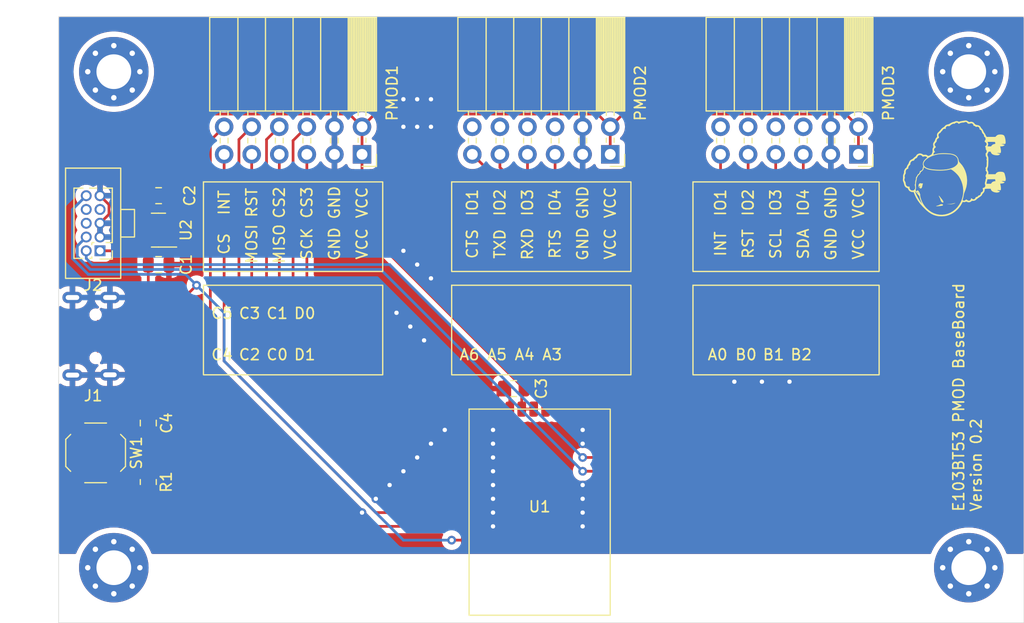
<source format=kicad_pcb>
(kicad_pcb (version 20221018) (generator pcbnew)
  (layers (0 "F.Cu" signal) (31 "B.Cu" signal) (34 "B.Paste" user "B.Plakken") (35 "F.Paste" user "F.Plakken") (36 "B.SilkS" user "B.Silkscreen") (37 "F.SilkS" user "F.Silkscreen") (38 "B.Mask" user) (39 "F.Mask" user "F. masker") (44 "Edge.Cuts" user))
  (net 0 "")
  (net 1 "GND")
  (net 2 "PMOD_UART_GPIO4")
  (net 3 "PMOD_UART_GPIO3")
  (net 4 "PMOD_UART_GPIO2_RESET")
  (net 5 "PMOD_UART_GPIO1_INT")
  (net 6 "PMOD_UART_RTS")
  (net 7 "PMOD_UART_RXD")
  (net 8 "PMOD_UART_TXD")
  (net 9 "PMOD_UART_CTS")
  (net 10 "VCC")
  (net 11 "PMOD_SPI_SCK")
  (net 12 "PMOD_SPI_MOSI")
  (net 13 "PMOD_SPI_MISO")
  (net 14 "PMOD_SPI_GPIO4_CS3")
  (net 15 "PMOD_SPI_GPIO3_CS2")
  (net 16 "PMOD_SPI_GPIO2_RESET")
  (net 17 "PMOD_SPI_GPIO1_INT")
  (net 18 "PMOD_SPI_CS")
  (net 19 "PMOD_I2C_SDA")
  (net 20 "PMOD_I2C_SCL")
  (net 21 "PMOD_I2C_RESET")
  (net 22 "PMOD_I2C_INT")
  (net 23 "PMOD_I2C_GPIO4")
  (net 24 "PMOD_I2C_GPIO3")
  (net 25 "PMOD_I2C_GPIO2")
  (net 26 "PMOD_I2C_GPIO1")
  (net 27 "VBUS")
  (net 28 "USB_D+")
  (net 29 "USB_D-")
  (net 31 "SWDIO")
  (net 32 "SWDCLK")
  (net 36 "nRST")
  (net 37 "VDD")
  (footprint "Connector_PinSocket_2.54mm:PinSocket_2x06_P2.54mm_Horizontal" (layer "F.Cu") (at 96.52 30.48 -90)
    (fp_text reference "PMOD2" (at -5.65 -2.77 90) (layer "F.SilkS"))
    (fp_text value "Conn_02x06_Odd_Even")
    (pad "1" thru_hole rect (at 0 0 270) (size 1.7 1.7) (drill 1) (layers "*.Cu" "*.Mask") (net 10 "VCC"))
    (pad "2" thru_hole oval (at -2.54 0 270) (size 1.7 1.7) (drill 1) (layers "*.Cu" "*.Mask") (net 10 "VCC"))
    (pad "3" thru_hole oval (at 0 2.54 270) (size 1.7 1.7) (drill 1) (layers "*.Cu" "*.Mask") (net 1 "GND"))
    (pad "4" thru_hole oval (at -2.54 2.54 270) (size 1.7 1.7) (drill 1) (layers "*.Cu" "*.Mask") (net 1 "GND"))
    (pad "5" thru_hole oval (at 0 5.08 270) (size 1.7 1.7) (drill 1) (layers "*.Cu" "*.Mask") (net 6 "PMOD_UART_RTS"))
    (pad "6" thru_hole oval (at -2.54 5.08 270) (size 1.7 1.7) (drill 1) (layers "*.Cu" "*.Mask") (net 2 "PMOD_UART_GPIO4"))
    (pad "7" thru_hole oval (at 0 7.62 270) (size 1.7 1.7) (drill 1) (layers "*.Cu" "*.Mask") (net 7 "PMOD_UART_RXD"))
    (pad "8" thru_hole oval (at -2.54 7.62 270) (size 1.7 1.7) (drill 1) (layers "*.Cu" "*.Mask") (net 3 "PMOD_UART_GPIO3"))
    (pad "9" thru_hole oval (at 0 10.16 270) (size 1.7 1.7) (drill 1) (layers "*.Cu" "*.Mask") (net 8 "PMOD_UART_TXD"))
    (pad "10" thru_hole oval (at -2.54 10.16 270) (size 1.7 1.7) (drill 1) (layers "*.Cu" "*.Mask") (net 4 "PMOD_UART_GPIO2_RESET"))
    (pad "11" thru_hole oval (at 0 12.7 270) (size 1.7 1.7) (drill 1) (layers "*.Cu" "*.Mask") (net 9 "PMOD_UART_CTS"))
    (pad "12" thru_hole oval (at -2.54 12.7 270) (size 1.7 1.7) (drill 1) (layers "*.Cu" "*.Mask") (net 5 "PMOD_UART_GPIO1_INT"))
  )
  (footprint "Connector_PinSocket_2.54mm:PinSocket_2x06_P2.54mm_Horizontal" (layer "F.Cu") (at 119.38 30.48 -90)
    (fp_text reference "PMOD3" (at -5.65 -2.77 90) (layer "F.SilkS"))
    (fp_text value "Conn_02x06_Odd_Even")
    (pad "1" thru_hole rect (at 0 0 270) (size 1.7 1.7) (drill 1) (layers "*.Cu" "*.Mask") (net 10 "VCC"))
    (pad "2" thru_hole oval (at -2.54 0 270) (size 1.7 1.7) (drill 1) (layers "*.Cu" "*.Mask") (net 10 "VCC"))
    (pad "3" thru_hole oval (at 0 2.54 270) (size 1.7 1.7) (drill 1) (layers "*.Cu" "*.Mask") (net 1 "GND"))
    (pad "4" thru_hole oval (at -2.54 2.54 270) (size 1.7 1.7) (drill 1) (layers "*.Cu" "*.Mask") (net 1 "GND"))
    (pad "5" thru_hole oval (at 0 5.08 270) (size 1.7 1.7) (drill 1) (layers "*.Cu" "*.Mask") (net 19 "PMOD_I2C_SDA"))
    (pad "6" thru_hole oval (at -2.54 5.08 270) (size 1.7 1.7) (drill 1) (layers "*.Cu" "*.Mask") (net 23 "PMOD_I2C_GPIO4"))
    (pad "7" thru_hole oval (at 0 7.62 270) (size 1.7 1.7) (drill 1) (layers "*.Cu" "*.Mask") (net 20 "PMOD_I2C_SCL"))
    (pad "8" thru_hole oval (at -2.54 7.62 270) (size 1.7 1.7) (drill 1) (layers "*.Cu" "*.Mask") (net 24 "PMOD_I2C_GPIO3"))
    (pad "9" thru_hole oval (at 0 10.16 270) (size 1.7 1.7) (drill 1) (layers "*.Cu" "*.Mask") (net 21 "PMOD_I2C_RESET"))
    (pad "10" thru_hole oval (at -2.54 10.16 270) (size 1.7 1.7) (drill 1) (layers "*.Cu" "*.Mask") (net 25 "PMOD_I2C_GPIO2"))
    (pad "11" thru_hole oval (at 0 12.7 270) (size 1.7 1.7) (drill 1) (layers "*.Cu" "*.Mask") (net 22 "PMOD_I2C_INT"))
    (pad "12" thru_hole oval (at -2.54 12.7 270) (size 1.7 1.7) (drill 1) (layers "*.Cu" "*.Mask") (net 26 "PMOD_I2C_GPIO1"))
  )
  (footprint "Connector_PinSocket_2.54mm:PinSocket_2x06_P2.54mm_Horizontal" (layer "F.Cu") (at 73.66 30.48 -90)
    (fp_text reference "PMOD1" (at -5.65 -2.77 90) (layer "F.SilkS"))
    (fp_text value "Conn_02x06_Odd_Even")
    (pad "1" thru_hole rect (at 0 0 270) (size 1.7 1.7) (drill 1) (layers "*.Cu" "*.Mask") (net 10 "VCC"))
    (pad "2" thru_hole oval (at -2.54 0 270) (size 1.7 1.7) (drill 1) (layers "*.Cu" "*.Mask") (net 10 "VCC"))
    (pad "3" thru_hole oval (at 0 2.54 270) (size 1.7 1.7) (drill 1) (layers "*.Cu" "*.Mask") (net 1 "GND"))
    (pad "4" thru_hole oval (at -2.54 2.54 270) (size 1.7 1.7) (drill 1) (layers "*.Cu" "*.Mask") (net 1 "GND"))
    (pad "5" thru_hole oval (at 0 5.08 270) (size 1.7 1.7) (drill 1) (layers "*.Cu" "*.Mask") (net 11 "PMOD_SPI_SCK"))
    (pad "6" thru_hole oval (at -2.54 5.08 270) (size 1.7 1.7) (drill 1) (layers "*.Cu" "*.Mask") (net 14 "PMOD_SPI_GPIO4_CS3"))
    (pad "7" thru_hole oval (at 0 7.62 270) (size 1.7 1.7) (drill 1) (layers "*.Cu" "*.Mask") (net 13 "PMOD_SPI_MISO"))
    (pad "8" thru_hole oval (at -2.54 7.62 270) (size 1.7 1.7) (drill 1) (layers "*.Cu" "*.Mask") (net 15 "PMOD_SPI_GPIO3_CS2"))
    (pad "9" thru_hole oval (at 0 10.16 270) (size 1.7 1.7) (drill 1) (layers "*.Cu" "*.Mask") (net 12 "PMOD_SPI_MOSI"))
    (pad "10" thru_hole oval (at -2.54 10.16 270) (size 1.7 1.7) (drill 1) (layers "*.Cu" "*.Mask") (net 16 "PMOD_SPI_GPIO2_RESET"))
    (pad "11" thru_hole oval (at 0 12.7 270) (size 1.7 1.7) (drill 1) (layers "*.Cu" "*.Mask") (net 18 "PMOD_SPI_CS"))
    (pad "12" thru_hole oval (at -2.54 12.7 270) (size 1.7 1.7) (drill 1) (layers "*.Cu" "*.Mask") (net 17 "PMOD_SPI_GPIO1_INT"))
  )
  (footprint "MountingHole:MountingHole_3.2mm_M3_Pad_Via" (layer "F.Cu") (at 50.8 68.58)
    (fp_text reference "H3" hide)
    (fp_text value "~")
    (pad "1" thru_hole circle (at -2.4 0) (size 0.8 0.8) (drill 0.5) (layers "*.Cu" "*.Mask"))
    (pad "1" thru_hole circle (at -1.697056 -1.697056) (size 0.8 0.8) (drill 0.5) (layers "*.Cu" "*.Mask"))
    (pad "1" thru_hole circle (at -1.697056 1.697056) (size 0.8 0.8) (drill 0.5) (layers "*.Cu" "*.Mask"))
    (pad "1" thru_hole circle (at 0 -2.4) (size 0.8 0.8) (drill 0.5) (layers "*.Cu" "*.Mask"))
    (pad "1" thru_hole circle (at 0 0) (size 6.4 6.4) (drill 3.2) (layers "*.Cu" "*.Mask"))
    (pad "1" thru_hole circle (at 0 2.4) (size 0.8 0.8) (drill 0.5) (layers "*.Cu" "*.Mask"))
    (pad "1" thru_hole circle (at 1.697056 -1.697056) (size 0.8 0.8) (drill 0.5) (layers "*.Cu" "*.Mask"))
    (pad "1" thru_hole circle (at 1.697056 1.697056) (size 0.8 0.8) (drill 0.5) (layers "*.Cu" "*.Mask"))
    (pad "1" thru_hole circle (at 2.4 0) (size 0.8 0.8) (drill 0.5) (layers "*.Cu" "*.Mask"))
  )
  (footprint "MountingHole:MountingHole_3.2mm_M3_Pad_Via" (layer "F.Cu") (at 50.8 22.86)
    (fp_text reference "H1" hide)
    (fp_text value "~")
    (pad "1" thru_hole circle (at -2.4 0) (size 0.8 0.8) (drill 0.5) (layers "*.Cu" "*.Mask"))
    (pad "1" thru_hole circle (at -1.697056 -1.697056) (size 0.8 0.8) (drill 0.5) (layers "*.Cu" "*.Mask"))
    (pad "1" thru_hole circle (at -1.697056 1.697056) (size 0.8 0.8) (drill 0.5) (layers "*.Cu" "*.Mask"))
    (pad "1" thru_hole circle (at 0 -2.4) (size 0.8 0.8) (drill 0.5) (layers "*.Cu" "*.Mask"))
    (pad "1" thru_hole circle (at 0 0) (size 6.4 6.4) (drill 3.2) (layers "*.Cu" "*.Mask"))
    (pad "1" thru_hole circle (at 0 2.4) (size 0.8 0.8) (drill 0.5) (layers "*.Cu" "*.Mask"))
    (pad "1" thru_hole circle (at 1.697056 -1.697056) (size 0.8 0.8) (drill 0.5) (layers "*.Cu" "*.Mask"))
    (pad "1" thru_hole circle (at 1.697056 1.697056) (size 0.8 0.8) (drill 0.5) (layers "*.Cu" "*.Mask"))
    (pad "1" thru_hole circle (at 2.4 0) (size 0.8 0.8) (drill 0.5) (layers "*.Cu" "*.Mask"))
  )
  (footprint "Resistor_SMD:R_0805_2012Metric" (layer "F.Cu") (at 53.975 60.6825 -90)
    (fp_text reference "R1" (at 0 -1.65 90) (layer "F.SilkS"))
    (fp_text value "10K")
    (pad "1" smd roundrect (at -0.9125 0 270) (size 1.025 1.4) (layers "F.Cu" "F.Paste" "F.Mask") (roundrect_rratio 0.243902439) (net 37 "VDD"))
    (pad "2" smd roundrect (at 0.9125 0 270) (size 1.025 1.4) (layers "F.Cu" "F.Paste" "F.Mask") (roundrect_rratio 0.243902439) (net 36 "nRST"))
  )
  (footprint "Capacitor_SMD:C_0805_2012Metric" (layer "F.Cu") (at 54.925 40.64 180)
    (fp_text reference "C1" (at -2.54 0 90) (layer "F.SilkS"))
    (fp_text value "C_Small")
    (pad "1" smd roundrect (at -0.95 0 180) (size 1 1.45) (layers "F.Cu" "F.Paste" "F.Mask") (net 1 "GND"))
    (pad "2" smd roundrect (at 0.95 0 180) (size 1 1.45) (layers "F.Cu" "F.Paste" "F.Mask") (net 27 "VBUS"))
  )
  (footprint "MountingHole:MountingHole_3.2mm_M3_Pad_Via" (layer "F.Cu") (at 129.54 68.58)
    (fp_text reference "H4" hide)
    (fp_text value "~")
    (pad "1" thru_hole circle (at -2.4 0) (size 0.8 0.8) (drill 0.5) (layers "*.Cu" "*.Mask"))
    (pad "1" thru_hole circle (at -1.697056 -1.697056) (size 0.8 0.8) (drill 0.5) (layers "*.Cu" "*.Mask"))
    (pad "1" thru_hole circle (at -1.697056 1.697056) (size 0.8 0.8) (drill 0.5) (layers "*.Cu" "*.Mask"))
    (pad "1" thru_hole circle (at 0 -2.4) (size 0.8 0.8) (drill 0.5) (layers "*.Cu" "*.Mask"))
    (pad "1" thru_hole circle (at 0 0) (size 6.4 6.4) (drill 3.2) (layers "*.Cu" "*.Mask"))
    (pad "1" thru_hole circle (at 0 2.4) (size 0.8 0.8) (drill 0.5) (layers "*.Cu" "*.Mask"))
    (pad "1" thru_hole circle (at 1.697056 -1.697056) (size 0.8 0.8) (drill 0.5) (layers "*.Cu" "*.Mask"))
    (pad "1" thru_hole circle (at 1.697056 1.697056) (size 0.8 0.8) (drill 0.5) (layers "*.Cu" "*.Mask"))
    (pad "1" thru_hole circle (at 2.4 0) (size 0.8 0.8) (drill 0.5) (layers "*.Cu" "*.Mask"))
  )
  (footprint "Button_Switch_SMD:SW_SPST_TL3342" (layer "F.Cu") (at 49.125 57.995 -90)
    (fp_text reference "SW1" (at 0 -3.75 -90) (layer "F.SilkS"))
    (fp_text value "SW_Push")
    (pad "1" smd rect (at -3.15 -1.9 270) (size 1.7 1) (layers "F.Cu" "F.Paste" "F.Mask") (net 36 "nRST"))
    (pad "1" smd rect (at 3.15 -1.9 270) (size 1.7 1) (layers "F.Cu" "F.Paste" "F.Mask") (net 36 "nRST"))
    (pad "2" smd rect (at -3.15 1.9 270) (size 1.7 1) (layers "F.Cu" "F.Paste" "F.Mask") (net 1 "GND"))
    (pad "2" smd rect (at 3.15 1.9 270) (size 1.7 1) (layers "F.Cu" "F.Paste" "F.Mask") (net 1 "GND"))
  )
  (footprint "Connector_PinHeader_1.27mm:PinHeader_2x05_P1.27mm_Vertical" (layer "F.Cu") (at 49.53 39.37 180)
    (fp_text reference "J2" (at 0.635 -3.175) (layer "F.SilkS"))
    (fp_text value "Conn_02x05_Odd_Even")
    (pad "1" thru_hole rect (at 0 0 180) (size 1 1) (drill 0.65) (layers "*.Cu" "*.Mask") (net 10 "VCC"))
    (pad "2" thru_hole oval (at 1.27 0 180) (size 1 1) (drill 0.65) (layers "*.Cu" "*.Mask") (net 31 "SWDIO"))
    (pad "3" thru_hole oval (at 0 1.27 180) (size 1 1) (drill 0.65) (layers "*.Cu" "*.Mask") (net 1 "GND"))
    (pad "4" thru_hole oval (at 1.27 1.27 180) (size 1 1) (drill 0.65) (layers "*.Cu" "*.Mask") (net 32 "SWDCLK"))
    (pad "5" thru_hole oval (at 0 2.54 180) (size 1 1) (drill 0.65) (layers "*.Cu" "*.Mask") (net 1 "GND"))
    (pad "6" thru_hole oval (at 1.27 2.54 180) (size 1 1) (drill 0.65) (layers "*.Cu" "*.Mask"))
    (pad "7" thru_hole oval (at 0 3.81 180) (size 1 1) (drill 0.65) (layers "*.Cu" "*.Mask"))
    (pad "8" thru_hole oval (at 1.27 3.81 180) (size 1 1) (drill 0.65) (layers "*.Cu" "*.Mask"))
    (pad "9" thru_hole oval (at 0 5.08 180) (size 1 1) (drill 0.65) (layers "*.Cu" "*.Mask") (net 1 "GND"))
    (pad "10" thru_hole oval (at 1.27 5.08 180) (size 1 1) (drill 0.65) (layers "*.Cu" "*.Mask") (net 36 "nRST"))
  )
  (footprint "Package_TO_SOT_SMD:SOT-23" (layer "F.Cu") (at 54.9125 37.465 180)
    (fp_text reference "U2" (at -2.54 0 90) (layer "F.SilkS"))
    (fp_text value "MCP1700-3302E_SOT23")
    (pad "1" smd roundrect (at -0.9375 -0.95 180) (size 1.475 0.6) (layers "F.Cu" "F.Paste" "F.Mask") (net 1 "GND"))
    (pad "2" smd roundrect (at -0.9375 0.95 180) (size 1.475 0.6) (layers "F.Cu" "F.Paste" "F.Mask") (net 10 "VCC"))
    (pad "3" smd roundrect (at 0.9375 0 180) (size 1.475 0.6) (layers "F.Cu" "F.Paste" "F.Mask") (net 27 "VBUS"))
  )
  (footprint "Capacitor_SMD:C_0805_2012Metric" (layer "F.Cu") (at 87.63 52.07)
    (fp_text reference "C3" (at 2.54 0 90) (layer "F.SilkS"))
    (fp_text value "C_Small")
    (pad "1" smd roundrect (at -0.95 0) (size 1 1.45) (layers "F.Cu" "F.Paste" "F.Mask") (net 1 "GND"))
    (pad "2" smd roundrect (at 0.95 0) (size 1 1.45) (layers "F.Cu" "F.Paste" "F.Mask") (net 10 "VCC"))
  )
  (footprint "Capacitor_SMD:C_0805_2012Metric" (layer "F.Cu") (at 53.975 55.245 -90)
    (fp_text reference "C4" (at 0 -1.68 90) (layer "F.SilkS"))
    (fp_text value "C_Small")
    (pad "1" smd roundrect (at -0.95 0 270) (size 1 1.45) (layers "F.Cu" "F.Paste" "F.Mask") (net 36 "nRST"))
    (pad "2" smd roundrect (at 0.95 0 270) (size 1 1.45) (layers "F.Cu" "F.Paste" "F.Mask") (net 1 "GND"))
  )
  (footprint "AvS_Logos:bs10" (layer "F.Cu") (at 128.27 31.75 90)
    (fp_text reference "G***" hide)
    (fp_text value "LOGO" hide)
  )
  (footprint "AvS_Connector:USB_Micro-B_XKB_U254-05XX-4BH806" (layer "F.Cu") (at 49.59 47.25 -90)
    (fp_text reference "J1" (at 5.48 0.695 -180) (layer "F.SilkS"))
    (fp_text value "USB_B_Micro")
    (pad "" np_thru_hole circle (at -2 0.47 270) (size 0.65 0.65) (drill 0.65) (layers "*.Cu" "*.Mask"))
    (pad "" np_thru_hole circle (at 2 0.47 270) (size 0.65 0.65) (drill 0.65) (layers "*.Cu" "*.Mask"))
    (pad "1" smd rect (at -1.3 -0.35 270) (size 0.4 1.4) (layers "F.Cu" "F.Paste" "F.Mask") (net 27 "VBUS"))
    (pad "2" smd rect (at -0.65 -0.35 270) (size 0.4 1.4) (layers "F.Cu" "F.Paste" "F.Mask") (net 29 "USB_D-"))
    (pad "3" smd rect (at 0 -0.35 270) (size 0.4 1.4) (layers "F.Cu" "F.Paste" "F.Mask") (net 28 "USB_D+"))
    (pad "4" smd rect (at 0.65 -0.35 270) (size 0.4 1.4) (layers "F.Cu" "F.Paste" "F.Mask"))
    (pad "5" smd rect (at 1.3 -0.35 270) (size 0.4 1.4) (layers "F.Cu" "F.Paste" "F.Mask") (net 1 "GND"))
    (pad "6" thru_hole oval (at -3.575 -0.85 270) (size 1.05 1.85) (drill oval 0.45 1.25) (layers "*.Cu" "*.Mask") (net 1 "GND"))
    (pad "6" thru_hole oval (at -3.575 2.6 270) (size 1.05 1.85) (drill oval 0.45 1.25) (layers "*.Cu" "*.Mask") (net 1 "GND"))
    (pad "6" thru_hole oval (at 3.55 -0.85 270) (size 1.05 1.85) (drill oval 0.45 1.25) (layers "*.Cu" "*.Mask") (net 1 "GND"))
    (pad "6" thru_hole oval (at 3.575 2.6 270) (size 1.05 1.85) (drill oval 0.45 1.25) (layers "*.Cu" "*.Mask") (net 1 "GND"))
  )
  (footprint "Capacitor_SMD:C_0805_2012Metric" (layer "F.Cu") (at 54.925 34.29)
    (fp_text reference "C2" (at 2.86 0 90) (layer "F.SilkS"))
    (fp_text value "C_Small")
    (pad "1" smd roundrect (at -0.95 0) (size 1 1.45) (layers "F.Cu" "F.Paste" "F.Mask") (net 1 "GND"))
    (pad "2" smd roundrect (at 0.95 0) (size 1 1.45) (layers "F.Cu" "F.Paste" "F.Mask") (net 10 "VCC"))
  )
  (footprint "MountingHole:MountingHole_3.2mm_M3_Pad_Via" (layer "F.Cu") (at 129.54 22.86)
    (fp_text reference "H2" hide)
    (fp_text value "~")
    (pad "1" thru_hole circle (at -2.4 0) (size 0.8 0.8) (drill 0.5) (layers "*.Cu" "*.Mask"))
    (pad "1" thru_hole circle (at -1.697056 -1.697056) (size 0.8 0.8) (drill 0.5) (layers "*.Cu" "*.Mask"))
    (pad "1" thru_hole circle (at -1.697056 1.697056) (size 0.8 0.8) (drill 0.5) (layers "*.Cu" "*.Mask"))
    (pad "1" thru_hole circle (at 0 -2.4) (size 0.8 0.8) (drill 0.5) (layers "*.Cu" "*.Mask"))
    (pad "1" thru_hole circle (at 0 0) (size 6.4 6.4) (drill 3.2) (layers "*.Cu" "*.Mask"))
    (pad "1" thru_hole circle (at 0 2.4) (size 0.8 0.8) (drill 0.5) (layers "*.Cu" "*.Mask"))
    (pad "1" thru_hole circle (at 1.697056 -1.697056) (size 0.8 0.8) (drill 0.5) (layers "*.Cu" "*.Mask"))
    (pad "1" thru_hole circle (at 1.697056 1.697056) (size 0.8 0.8) (drill 0.5) (layers "*.Cu" "*.Mask"))
    (pad "1" thru_hole circle (at 2.4 0) (size 0.8 0.8) (drill 0.5) (layers "*.Cu" "*.Mask"))
  )
  (footprint "AvS_Modules:E104-BT53" (layer "F.Cu") (at 90.02 63.46)
    (fp_text reference "U1" (at 0 -0.5 unlocked) (layer "F.SilkS"))
    (fp_text value "~")
    (pad "1" smd roundrect (at 6.5 2.58) (size 1.5 1) (layers "F.Cu" "F.Paste" "F.Mask") (net 1 "GND"))
    (pad "2" smd roundrect (at 6.5 1.31) (size 1.5 1) (layers "F.Cu" "F.Paste" "F.Mask") (net 19 "PMOD_I2C_SDA"))
    (pad "3" smd roundrect (at 6.5 0.04) (size 1.5 1) (layers "F.Cu" "F.Paste" "F.Mask") (net 20 "PMOD_I2C_SCL"))
    (pad "4" smd roundrect (at 6.5 -1.23) (size 1.5 1) (layers "F.Cu" "F.Paste" "F.Mask") (net 21 "PMOD_I2C_RESET"))
    (pad "5" smd roundrect (at 6.5 -2.5) (size 1.5 1) (layers "F.Cu" "F.Paste" "F.Mask") (net 22 "PMOD_I2C_INT"))
    (pad "6" smd roundrect (at 6.5 -3.77) (size 1.5 1) (layers "F.Cu" "F.Paste" "F.Mask") (net 32 "SWDCLK"))
    (pad "7" smd roundrect (at 6.5 -5.04) (size 1.5 1) (layers "F.Cu" "F.Paste" "F.Mask") (net 31 "SWDIO"))
    (pad "8" smd roundrect (at 6.5 -6.31) (size 1.5 1) (layers "F.Cu" "F.Paste" "F.Mask") (net 6 "PMOD_UART_RTS"))
    (pad "9" smd roundrect (at 6.5 -7.58) (size 1.5 1) (layers "F.Cu" "F.Paste" "F.Mask") (net 1 "GND"))
    (pad "10" smd roundrect (at 3.85 -9.5) (size 0.8 1.4) (layers "F.Cu" "F.Paste" "F.Mask") (net 1 "GND"))
    (pad "11" smd roundrect (at 2.75 -9.5) (size 0.8 1.4) (layers "F.Cu" "F.Paste" "F.Mask") (net 7 "PMOD_UART_RXD"))
    (pad "12" smd roundrect (at 1.65 -9.5) (size 0.8 1.4) (layers "F.Cu" "F.Paste" "F.Mask") (net 8 "PMOD_UART_TXD"))
    (pad "13" smd roundrect (at 0.55 -9.5) (size 0.8 1.4) (layers "F.Cu" "F.Paste" "F.Mask") (net 9 "PMOD_UART_CTS"))
    (pad "14" smd roundrect (at -0.55 -9.5) (size 0.8 1.4) (layers "F.Cu" "F.Paste" "F.Mask") (net 10 "VCC"))
    (pad "15" smd roundrect (at -1.65 -9.5) (size 0.8 1.4) (layers "F.Cu" "F.Paste" "F.Mask") (net 10 "VCC"))
    (pad "16" smd roundrect (at -2.75 -9.5) (size 0.8 1.4) (layers "F.Cu" "F.Paste" "F.Mask") (net 1 "GND"))
    (pad "17" smd roundrect (at -3.85 -9.5) (size 0.8 1.4) (layers "F.Cu" "F.Paste" "F.Mask") (net 1 "GND"))
    (pad "18" smd roundrect (at -6.5 -7.58) (size 1.5 1) (layers "F.Cu" "F.Paste" "F.Mask") (net 11 "PMOD_SPI_SCK"))
    (pad "19" smd roundrect (at -6.5 -6.31) (size 1.5 1) (layers "F.Cu" "F.Paste" "F.Mask") (net 14 "PMOD_SPI_GPIO4_CS3"))
    (pad "20" smd roundrect (at -6.5 -5.04) (size 1.5 1) (layers "F.Cu" "F.Paste" "F.Mask") (net 13 "PMOD_SPI_MISO"))
    (pad "21" smd roundrect (at -6.5 -3.77) (size 1.5 1) (layers "F.Cu" "F.Paste" "F.Mask") (net 15 "PMOD_SPI_GPIO3_CS2"))
    (pad "22" smd roundrect (at -6.5 -2.5) (size 1.5 1) (layers "F.Cu" "F.Paste" "F.Mask") (net 12 "PMOD_SPI_MOSI"))
    (pad "23" smd roundrect (at -6.5 -1.23) (size 1.5 1) (layers "F.Cu" "F.Paste" "F.Mask") (net 16 "PMOD_SPI_GPIO2_RESET"))
    (pad "24" smd roundrect (at -6.5 0.04) (size 1.5 1) (layers "F.Cu" "F.Paste" "F.Mask") (net 18 "PMOD_SPI_CS"))
    (pad "25" smd roundrect (at -6.5 1.31) (size 1.5 1) (layers "F.Cu" "F.Paste" "F.Mask") (net 17 "PMOD_SPI_GPIO1_INT"))
    (pad "26" smd roundrect (at -6.5 2.58) (size 1.5 1) (layers "F.Cu" "F.Paste" "F.Mask") (net 36 "nRST"))
  )
  (gr_rect (start 81.915 33.02) (end 98.425 41.275) (stroke (width 0.12)) (fill none) (layer "F.SilkS"))
  (gr_rect (start 51.435 35.56) (end 52.705 38.1) (stroke (width 0.12)) (fill none) (layer "F.SilkS"))
  (gr_rect (start 59.055 33.02) (end 75.565 41.275) (stroke (width 0.12)) (fill none) (layer "F.SilkS"))
  (gr_rect (start 104.14 42.545) (end 121.285 50.8) (stroke (width 0.12)) (fill none) (layer "F.SilkS"))
  (gr_rect (start 46.355 31.75) (end 51.435 41.91) (stroke (width 0.12)) (fill none) (layer "F.SilkS"))
  (gr_rect (start 59.055 42.545) (end 75.565 50.8) (stroke (width 0.12)) (fill none) (layer "F.SilkS"))
  (gr_rect (start 81.915 42.545) (end 98.425 50.8) (stroke (width 0.12)) (fill none) (layer "F.SilkS"))
  (gr_rect (start 104.14 33.02) (end 121.285 41.275) (stroke (width 0.12)) (fill none) (layer "F.SilkS"))
  (gr_rect (start 45.72 17.78) (end 134.62 73.66) (stroke (width 0.05)) (fill none) (layer "Edge.Cuts"))
  (gr_text "D1" (at 67.31 49.53) (layer "F.SilkS") (effects (font (size 1 1)) (justify left bottom)))
  (gr_text "INT" (at 106.68 38.735 90) (layer "F.SilkS") (effects (font (size 1 1))))
  (gr_text "INT" (at 60.96 34.925 90) (layer "F.SilkS") (effects (font (size 1 1))))
  (gr_text "A5" (at 85.09 49.53) (layer "F.SilkS") (effects (font (size 1 1)) (justify left bottom)))
  (gr_text "GND" (at 71.12 34.925 90) (layer "F.SilkS") (effects (font (size 1 1))))
  (gr_text "GND" (at 93.98 38.735 90) (layer "F.SilkS") (effects (font (size 1 1))))
  (gr_text "TXD" (at 86.36 38.735 90) (layer "F.SilkS") (effects (font (size 1 1))))
  (gr_text "RTS" (at 91.44 38.735 90) (layer "F.SilkS") (effects (font (size 1 1))))
  (gr_text "VCC" (at 119.38 38.735 90) (layer "F.SilkS") (effects (font (size 1 1))))
  (gr_text "IO1" (at 106.68 34.925 90) (layer "F.SilkS") (effects (font (size 1 1))))
  (gr_text "B2" (at 113.03 49.53) (layer "F.SilkS") (effects (font (size 1 1)) (justify left bottom)))
  (gr_text "CTS" (at 83.82 38.735 90) (layer "F.SilkS") (effects (font (size 1 1))))
  (gr_text "IO1" (at 83.82 34.925 90) (layer "F.SilkS") (effects (font (size 1 1))))
  (gr_text "CS" (at 60.96 38.735 90) (layer "F.SilkS") (effects (font (size 1 1))))
  (gr_text "A6" (at 82.55 49.53) (layer "F.SilkS") (effects (font (size 1 1)) (justify left bottom)))
  (gr_text "MISO" (at 66.04 38.735 90) (layer "F.SilkS") (effects (font (size 1 1))))
  (gr_text "SCK" (at 68.58 38.735 90) (layer "F.SilkS") (effects (font (size 1 1))))
  (gr_text "A0" (at 105.41 49.53) (layer "F.SilkS") (effects (font (size 1 1)) (justify left bottom)))
  (gr_text "GND" (at 71.12 38.735 90) (layer "F.SilkS") (effects (font (size 1 1))))
  (gr_text "C3" (at 62.23 45.72) (layer "F.SilkS") (effects (font (size 1 1)) (justify left bottom)))
  (gr_text "GND" (at 116.84 38.735 90) (layer "F.SilkS") (effects (font (size 1 1))))
  (gr_text "C5" (at 59.69 45.72) (layer "F.SilkS") (effects (font (size 1 1)) (justify left bottom)))
  (gr_text "C1" (at 64.77 45.72) (layer "F.SilkS") (effects (font (size 1 1)) (justify left bottom)))
  (gr_text "VCC" (at 73.66 38.735 90) (layer "F.SilkS") (effects (font (size 1 1))))
  (gr_text "GND" (at 116.84 34.925 90) (layer "F.SilkS") (effects (font (size 1 1))))
  (gr_text "MOSI" (at 63.5 38.735 90) (layer "F.SilkS") (effects (font (size 1 1))))
  (gr_text "IO4" (at 91.44 34.925 90) (layer "F.SilkS") (effects (font (size 1 1))))
  (gr_text "E103BT53 PMOD BaseBoard\nVersion 0.2" (at 130.81 63.5 90) (layer "F.SilkS") (effects (font (size 1 1)) (justify left bottom)))
  (gr_text "IO3" (at 88.9 34.925 90) (layer "F.SilkS") (effects (font (size 1 1))))
  (gr_text "B1" (at 110.49 49.53) (layer "F.SilkS") (effects (font (size 1 1)) (justify left bottom)))
  (gr_text "VCC" (at 96.52 34.925 90) (layer "F.SilkS") (effects (font (size 1 1))))
  (gr_text "IO4" (at 114.3 34.925 90) (layer "F.SilkS") (effects (font (size 1 1))))
  (gr_text "SDA" (at 114.3 38.735 90) (layer "F.SilkS") (effects (font (size 1 1))))
  (gr_text "CS3" (at 68.58 34.925 90) (layer "F.SilkS") (effects (font (size 1 1))))
  (gr_text "RXD" (at 88.9 38.735 90) (layer "F.SilkS") (effects (font (size 1 1))))
  (gr_text "IO2" (at 86.36 34.925 90) (layer "F.SilkS") (effects (font (size 1 1))))
  (gr_text "IO3" (at 111.76 34.925 90) (layer "F.SilkS") (effects (font (size 1 1))))
  (gr_text "RST" (at 109.22 38.735 90) (layer "F.SilkS") (effects (font (size 1 1))))
  (gr_text "A4" (at 87.63 49.53) (layer "F.SilkS") (effects (font (size 1 1)) (justify left bottom)))
  (gr_text "C2" (at 62.23 49.53) (layer "F.SilkS") (effects (font (size 1 1)) (justify left bottom)))
  (gr_text "D0" (at 67.31 45.72) (layer "F.SilkS") (effects (font (size 1 1)) (justify left bottom)))
  (gr_text "VCC" (at 119.38 34.925 90) (layer "F.SilkS") (effects (font (size 1 1))))
  (gr_text "CS2" (at 66.04 34.925 90) (layer "F.SilkS") (effects (font (size 1 1))))
  (gr_text "SCL" (at 111.76 38.735 90) (layer "F.SilkS") (effects (font (size 1 1))))
  (gr_text "IO2" (at 109.22 34.925 90) (layer "F.SilkS") (effects (font (size 1 1))))
  (gr_text "RST" (at 63.5 34.925 90) (layer "F.SilkS") (effects (font (size 1 1))))
  (gr_text "C0" (at 64.77 49.53) (layer "F.SilkS") (effects (font (size 1 1)) (justify left bottom)))
  (gr_text "A3" (at 90.17 49.53) (layer "F.SilkS") (effects (font (size 1 1)) (justify left bottom)))
  (gr_text "VCC" (at 96.52 38.735 90) (layer "F.SilkS") (effects (font (size 1 1))))
  (gr_text "C4" (at 59.69 49.53) (layer "F.SilkS") (effects (font (size 1 1)) (justify left bottom)))
  (gr_text "VCC" (at 73.66 34.925 90) (layer "F.SilkS") (effects (font (size 1 1))))
  (gr_text "B0" (at 107.95 49.53) (layer "F.SilkS") (effects (font (size 1 1)) (justify left bottom)))
  (gr_text "GND" (at 93.98 34.925 90) (layer "F.SilkS") (effects (font (size 1 1))))
  (segment (start 49.53 34.29) (end 50.355 35.115) (width 0.25) (layer "F.Cu") (net 1))
  (segment (start 49.94 49.305) (end 50.44 49.805) (width 0.25) (layer "F.Cu") (net 1))
  (segment (start 86.68 51.435) (end 86.17 51.945) (width 0.25) (layer "F.Cu") (net 1))
  (segment (start 50.355 36.005) (end 49.53 36.83) (width 0.25) (layer "F.Cu") (net 1))
  (segment (start 49.53 38.1) (end 49.53 36.83) (width 0.25) (layer "F.Cu") (net 1))
  (segment (start 49.94 48.55) (end 49.94 49.305) (width 0.25) (layer "F.Cu") (net 1))
  (segment (start 86.17 51.945) (end 86.17 53.96) (width 0.25) (layer "F.Cu") (net 1))
  (segment (start 87.27 52.025) (end 86.68 51.435) (width 0.25) (layer "F.Cu") (net 1))
  (segment (start 50.44 49.805) (end 50.44 50.8) (width 0.25) (layer "F.Cu") (net 1))
  (segment (start 50.355 35.115) (end 50.355 36.005) (width 0.25) (layer "F.Cu") (net 1))
  (segment (start 87.27 53.96) (end 87.27 52.025) (width 0.25) (layer "F.Cu") (net 1))
  (via (at 77.47 25.4) (size 0.8) (drill 0.4) (layers "F.Cu" "B.Cu") (net 1))
  (via (at 78.74 40.64) (size 0.8) (drill 0.4) (layers "F.Cu" "B.Cu") (net 1))
  (via (at 85.725 58.42) (size 0.8) (drill 0.4) (layers "F.Cu" "B.Cu") (net 1))
  (via (at 93.98 55.88) (size 0.8) (drill 0.4) (layers "F.Cu" "B.Cu") (net 1))
  (via (at 93.98 64.77) (size 0.8) (drill 0.4) (layers "F.Cu" "B.Cu") (net 1))
  (via (at 80.01 27.94) (size 0.8) (drill 0.4) (layers "F.Cu" "B.Cu") (net 1))
  (via (at 110.49 51.435) (size 0.8) (drill 0.4) (layers "F.Cu" "B.Cu") (net 1))
  (via (at 74.93 62.23) (size 0.8) (drill 0.4) (layers "F.Cu" "B.Cu") (net 1))
  (via (at 77.47 27.94) (size 0.8) (drill 0.4) (layers "F.Cu" "B.Cu") (net 1))
  (via (at 78.105 46.355) (size 0.8) (drill 0.4) (layers "F.Cu" "B.Cu") (net 1))
  (via (at 85.725 59.69) (size 0.8) (drill 0.4) (layers "F.Cu" "B.Cu") (net 1))
  (via (at 80.01 57.15) (size 0.8) (drill 0.4) (layers "F.Cu" "B.Cu") (net 1))
  (via (at 85.725 55.88) (size 0.8) (drill 0.4) (layers "F.Cu" "B.Cu") (net 1))
  (via (at 73.66 63.5) (size 0.8) (drill 0.4) (layers "F.Cu" "B.Cu") (net 1))
  (via (at 76.2 60.96) (size 0.8) (drill 0.4) (layers "F.Cu" "B.Cu") (net 1))
  (via (at 80.01 41.91) (size 0.8) (drill 0.4) (layers "F.Cu" "B.Cu") (net 1))
  (via (at 78.74 58.42) (size 0.8) (drill 0.4) (layers "F.Cu" "B.Cu") (net 1))
  (via (at 85.725 62.23) (size 0.8) (drill 0.4) (layers "F.Cu" "B.Cu") (net 1))
  (via (at 77.47 39.37) (size 0.8) (drill 0.4) (layers "F.Cu" "B.Cu") (net 1))
  (via (at 78.74 27.94) (size 0.8) (drill 0.4) (layers "F.Cu" "B.Cu") (net 1))
  (via (at 93.98 63.5) (size 0.8) (drill 0.4) (layers "F.Cu" "B.Cu") (net 1))
  (via (at 85.725 57.15) (size 0.8) (drill 0.4) (layers "F.Cu" "B.Cu") (net 1))
  (via (at 76.835 45.085) (size 0.8) (drill 0.4) (layers "F.Cu" "B.Cu") (net 1))
  (via (at 85.725 63.5) (size 0.8) (drill 0.4) (layers "F.Cu" "B.Cu") (net 1))
  (via (at 78.74 25.4) (size 0.8) (drill 0.4) (layers "F.Cu" "B.Cu") (net 1))
  (via (at 107.95 51.435) (size 0.8) (drill 0.4) (layers "F.Cu" "B.Cu") (net 1))
  (via (at 113.03 51.435) (size 0.8) (drill 0.4) (layers "F.Cu" "B.Cu") (net 1))
  (via (at 77.47 59.69) (size 0.8) (drill 0.4) (layers "F.Cu" "B.Cu") (net 1))
  (via (at 93.98 57.15) (size 0.8) (drill 0.4) (layers "F.Cu" "B.Cu") (net 1))
  (via (at 93.98 60.96) (size 0.8) (drill 0.4) (layers "F.Cu" "B.Cu") (net 1))
  (via (at 93.98 62.23) (size 0.8) (drill 0.4) (layers "F.Cu" "B.Cu") (net 1))
  (via (at 79.375 47.625) (size 0.8) (drill 0.4) (layers "F.Cu" "B.Cu") (net 1))
  (via (at 85.725 64.77) (size 0.8) (drill 0.4) (layers "F.Cu" "B.Cu") (net 1))
  (via (at 85.725 60.96) (size 0.8) (drill 0.4) (layers "F.Cu" "B.Cu") (net 1))
  (via (at 81.28 55.88) (size 0.8) (drill 0.4) (layers "F.Cu" "B.Cu") (net 1))
  (via (at 80.01 25.4) (size 0.8) (drill 0.4) (layers "F.Cu" "B.Cu") (net 1))
  (segment (start 50.8 49.53) (end 52.07 49.53) (width 0.25) (layer "B.Cu") (net 1))
  (segment (start 97.79 57.15) (end 96.52 57.15) (width 0.25) (layer "F.Cu") (net 6))
  (segment (start 100.33 41.91) (end 91.44 33.02) (width 0.25) (layer "F.Cu") (net 6))
  (segment (start 100.33 54.61) (end 97.79 57.15) (width 0.25) (layer "F.Cu") (net 6))
  (segment (start 91.44 33.02) (end 91.44 30.48) (width 0.25) (layer "F.Cu") (net 6))
  (segment (start 100.33 54.61) (end 100.33 41.91) (width 0.25) (layer "F.Cu") (net 6))
  (segment (start 88.9 30.48) (end 88.9 33.02) (width 0.25) (layer "F.Cu") (net 7))
  (segment (start 88.9 33.02) (end 92.77 36.89) (width 0.25) (layer "F.Cu") (net 7))
  (segment (start 92.77 36.89) (end 92.77 53.96) (width 0.25) (layer "F.Cu") (net 7))
  (segment (start 86.36 30.48) (end 86.36 31.682081) (width 0.25) (layer "F.Cu") (net 8))
  (segment (start 86.36 31.682081) (end 91.67 36.992081) (width 0.25) (layer "F.Cu") (net 8))
  (segment (start 91.67 36.992081) (end 91.67 53.96) (width 0.25) (layer "F.Cu") (net 8))
  (segment (start 90.57 37.23) (end 90.57 53.96) (width 0.25) (layer "F.Cu") (net 9))
  (segment (start 83.82 30.48) (end 90.57 37.23) (width 0.25) (layer "F.Cu") (net 9))
  (segment (start 55.85 36.515) (end 55.85 34.315) (width 0.25) (layer "F.Cu") (net 10))
  (segment (start 118.205 26.765) (end 119.38 27.94) (width 0.25) (layer "F.Cu") (net 10))
  (segment (start 88.58 52.07) (end 73.66 37.15) (width 0.25) (layer "F.Cu") (net 10))
  (segment (start 73.66 27.94) (end 74.835 26.765) (width 0.25) (layer "F.Cu") (net 10))
  (segment (start 51.435 39.37) (end 52.07 38.735) (width 0.25) (layer "F.Cu") (net 10))
  (segment (start 88.37 53.96) (end 89.47 53.96) (width 0.25) (layer "F.Cu") (net 10))
  (segment (start 95.345 26.765) (end 96.52 27.94) (width 0.25) (layer "F.Cu") (net 10))
  (segment (start 57.15 33.015) (end 57.15 29.21) (width 0.25) (layer "F.Cu") (net 10))
  (segment (start 49.53 39.37) (end 51.435 39.37) (width 0.25) (layer "F.Cu") (net 10))
  (segment (start 88.37 52.28) (end 88.58 52.07) (width 0.25) (layer "F.Cu") (net 10))
  (segment (start 59.595 26.765) (end 57.15 29.21) (width 0.25) (layer "F.Cu") (net 10))
  (segment (start 53.02 36.515) (end 55.85 36.515) (width 0.25) (layer "F.Cu") (net 10))
  (segment (start 88.37 53.96) (end 88.37 52.28) (width 0.25) (layer "F.Cu") (net 10))
  (segment (start 73.66 37.15) (end 73.66 30.48) (width 0.25) (layer "F.Cu") (net 10))
  (segment (start 74.835 26.765) (end 95.345 26.765) (width 0.25) (layer "F.Cu") (net 10))
  (segment (start 96.52 27.94) (end 97.695 26.765) (width 0.25) (layer "F.Cu") (net 10))
  (segment (start 72.485 26.765) (end 59.595 26.765) (width 0.25) (layer "F.Cu") (net 10))
  (segment (start 55.85 34.315) (end 55.875 34.29) (width 0.25) (layer "F.Cu") (net 10))
  (segment (start 119.38 27.94) (end 119.38 30.48) (width 0.25) (layer "F.Cu") (net 10))
  (segment (start 52.07 37.465) (end 53.02 36.515) (width 0.25) (layer "F.Cu") (net 10))
  (segment (start 97.695 26.765) (end 118.205 26.765) (width 0.25) (layer "F.Cu") (net 10))
  (segment (start 73.66 27.94) (end 72.485 26.765) (width 0.25) (layer "F.Cu") (net 10))
  (segment (start 96.52 27.94) (end 96.52 30.48) (width 0.25) (layer "F.Cu") (net 10))
  (segment (start 55.875 34.29) (end 57.15 33.015) (width 0.25) (layer "F.Cu") (net 10))
  (segment (start 73.66 30.48) (end 73.66 27.94) (width 0.25) (layer "F.Cu") (net 10))
  (segment (start 52.07 38.735) (end 52.07 37.465) (width 0.25) (layer "F.Cu") (net 10))
  (segment (start 68.58 30.48) (end 68.58 41.91) (width 0.25) (layer "F.Cu") (net 11))
  (segment (start 68.58 41.91) (end 82.55 55.88) (width 0.25) (layer "F.Cu") (net 11))
  (segment (start 82.55 55.88) (end 83.52 55.88) (width 0.25) (layer "F.Cu") (net 11))
  (segment (start 63.5 46.99) (end 77.47 60.96) (width 0.25) (layer "F.Cu") (net 12))
  (segment (start 63.5 30.48) (end 63.5 46.99) (width 0.25) (layer "F.Cu") (net 12))
  (segment (start 77.47 60.96) (end 83.52 60.96) (width 0.25) (layer "F.Cu") (net 12))
  (segment (start 66.04 44.45) (end 80.01 58.42) (width 0.25) (layer "F.Cu") (net 13))
  (segment (start 66.04 30.48) (end 66.04 44.45) (width 0.25) (layer "F.Cu") (net 13))
  (segment (start 80.01 58.42) (end 83.52 58.42) (width 0.25) (layer "F.Cu") (net 13))
  (segment (start 67.31 43.18) (end 81.28 57.15) (width 0.25) (layer "F.Cu") (net 14))
  (segment (start 68.58 27.94) (end 67.31 29.21) (width 0.25) (layer "F.Cu") (net 14))
  (segment (start 67.31 29.21) (end 67.31 43.18) (width 0.25) (layer "F.Cu") (net 14))
  (segment (start 81.28 57.15) (end 83.52 57.15) (width 0.25) (layer "F.Cu") (net 14))
  (segment (start 64.865 45.815) (end 78.74 59.69) (width 0.25) (layer "F.Cu") (net 15))
  (segment (start 78.74 59.69) (end 83.52 59.69) (width 0.25) (layer "F.Cu") (net 15))
  (segment (start 64.865 29.115) (end 64.865 45.815) (width 0.25) (layer "F.Cu") (net 15))
  (segment (start 66.04 27.94) (end 64.865 29.115) (width 0.25) (layer "F.Cu") (net 15))
  (segment (start 62.325 29.115) (end 62.325 48.355) (width 0.25) (layer "F.Cu") (net 16))
  (segment (start 63.5 27.94) (end 62.325 29.115) (width 0.25) (layer "F.Cu") (net 16))
  (segment (start 76.2 62.23) (end 83.52 62.23) (width 0.25) (layer "F.Cu") (net 16))
  (segment (start 62.325 48.355) (end 76.2 62.23) (width 0.25) (layer "F.Cu") (net 16))
  (segment (start 60.96 27.94) (end 59.69 29.21) (width 0.25) (layer "F.Cu") (net 17))
  (segment (start 73.66 64.77) (end 83.52 64.77) (width 0.25) (layer "F.Cu") (net 17))
  (segment (start 59.69 29.21) (end 59.69 50.8) (width 0.25) (layer "F.Cu") (net 17))
  (segment (start 59.69 50.8) (end 73.66 64.77) (width 0.25) (layer "F.Cu") (net 17))
  (segment (start 60.96 49.53) (end 74.93 63.5) (width 0.25) (layer "F.Cu") (net 18))
  (segment (start 74.93 63.5) (end 83.52 63.5) (width 0.25) (layer "F.Cu") (net 18))
  (segment (start 60.96 30.48) (end 60.96 49.53) (width 0.25) (layer "F.Cu") (net 18))
  (segment (start 114.3 30.48) (end 114.3 52.07) (width 0.25) (layer "F.Cu") (net 19))
  (segment (start 101.6 64.77) (end 96.52 64.77) (width 0.25) (layer "F.Cu") (net 19))
  (segment (start 114.3 52.07) (end 101.6 64.77) (width 0.25) (layer "F.Cu") (net 19))
  (segment (start 111.76 30.48) (end 111.76 52.07) (width 0.25) (layer "F.Cu") (net 20))
  (segment (start 100.33 63.5) (end 96.52 63.5) (width 0.25) (layer "F.Cu") (net 20))
  (segment (start 111.76 52.07) (end 100.33 63.5) (width 0.25) (layer "F.Cu") (net 20))
  (segment (start 99.06 62.23) (end 96.52 62.23) (width 0.25) (layer "F.Cu") (net 21))
  (segment (start 109.22 30.48) (end 109.22 52.07) (width 0.25) (layer "F.Cu") (net 21))
  (segment (start 109.22 52.07) (end 99.06 62.23) (width 0.25) (layer "F.Cu") (net 21))
  (segment (start 97.79 60.96) (end 96.52 60.96) (width 0.25) (layer "F.Cu") (net 22))
  (segment (start 106.68 30.48) (end 106.68 52.07) (width 0.25) (layer "F.Cu") (net 22))
  (segment (start 106.68 52.07) (end 97.79 60.96) (width 0.25) (layer "F.Cu") (net 22))
  (segment (start 51.205 45.95) (end 53.975 43.18) (width 0.25) (layer "F.Cu") (net 27))
  (segment (start 49.94 45.95) (end 51.205 45.95) (width 0.25) (layer "F.Cu") (net 27))
  (segment (start 53.975 40.64) (end 53.975 37.465) (width 0.25) (layer "F.Cu") (net 27))
  (segment (start 53.975 43.18) (end 53.975 40.64) (width 0.25) (layer "F.Cu") (net 27))
  (segment (start 96.52 58.42) (end 93.98 58.42) (width 0.25) (layer "F.Cu") (net 31))
  (via (at 93.98 58.42) (size 0.8) (drill 0.4) (layers "F.Cu" "B.Cu") (net 31))
  (segment (start 48.26 40.077106) (end 48.822894 40.64) (width 0.25) (layer "B.Cu") (net 31))
  (segment (start 48.26 39.37) (end 48.26 40.077106) (width 0.25) (layer "B.Cu") (net 31))
  (segment (start 76.2 40.64) (end 85.09 49.53) (width 0.25) (layer "B.Cu") (net 31))
  (segment (start 48.822894 40.64) (end 64.135 40.64) (width 0.25) (layer "B.Cu") (net 31))
  (segment (start 64.135 40.64) (end 76.2 40.64) (width 0.25) (layer "B.Cu") (net 31))
  (segment (start 93.98 58.42) (end 85.09 49.53) (width 0.25) (layer "B.Cu") (net 31))
  (segment (start 96.52 59.69) (end 93.98 59.69) (width 0.25) (layer "F.Cu") (net 32))
  (via (at 93.98 59.69) (size 0.8) (drill 0.4) (layers "F.Cu" "B.Cu") (net 32))
  (segment (start 75.38 41.09) (end 93.98 59.69) (width 0.25) (layer "B.Cu") (net 32))
  (segment (start 47.435 39.888502) (end 48.636498 41.09) (width 0.25) (layer "B.Cu") (net 32))
  (segment (start 47.435 38.925) (end 47.435 39.888502) (width 0.25) (layer "B.Cu") (net 32))
  (segment (start 48.26 38.1) (end 47.435 38.925) (width 0.25) (layer "B.Cu") (net 32))
  (segment (start 48.636498 41.09) (end 75.38 41.09) (width 0.25) (layer "B.Cu") (net 32))
  (segment (start 52.255 61.145) (end 52.705 61.595) (width 0.25) (layer "F.Cu") (net 36))
  (segment (start 51.025 54.845) (end 52.47 54.845) (width 0.25) (layer "F.Cu") (net 36))
  (segment (start 51.025 61.145) (end 52.255 61.145) (width 0.25) (layer "F.Cu") (net 36))
  (segment (start 52.47 54.845) (end 53.02 54.295) (width 0.25) (layer "F.Cu") (net 36))
  (segment (start 53.02 54.295) (end 53.975 54.295) (width 0.25) (layer "F.Cu") (net 36))
  (segment (start 53.975 46.99) (end 58.42 42.545) (width 0.25) (layer "F.Cu") (net 36))
  (segment (start 83.52 66.04) (end 81.915 66.04) (width 0.25) (layer "F.Cu") (net 36))
  (segment (start 52.705 61.595) (end 53.975 61.595) (width 0.25) (layer "F.Cu") (net 36))
  (segment (start 51.025 61.145) (end 51.025 54.845) (width 0.25) (layer "F.Cu") (net 36))
  (segment (start 53.975 54.295) (end 53.975 46.99) (width 0.25) (layer "F.Cu") (net 36))
  (segment (start 53.875 54.395) (end 53.975 54.295) (width 0.25) (layer "F.Cu") (net 36))
  (via (at 58.42 42.545) (size 0.8) (drill 0.4) (layers "F.Cu" "B.Cu") (net 36))
  (via (at 81.915 66.04) (size 0.8) (drill 0.4) (layers "F.Cu" "B.Cu") (net 36))
  (segment (start 57.415 41.54) (end 48.450102 41.54) (width 0.25) (layer "B.Cu") (net 36))
  (segment (start 58.42 42.545) (end 57.415 41.54) (width 0.25) (layer "B.Cu") (net 36))
  (segment (start 46.985 35.565) (end 48.26 34.29) (width 0.25) (layer "B.Cu") (net 36))
  (segment (start 60.96 45.085) (end 58.42 42.545) (width 0.25) (layer "B.Cu") (net 36))
  (segment (start 77.47 66.04) (end 60.96 49.53) (width 0.25) (layer "B.Cu") (net 36))
  (segment (start 81.915 66.04) (end 77.47 66.04) (width 0.25) (layer "B.Cu") (net 36))
  (segment (start 46.985 40.074898) (end 46.985 35.565) (width 0.25) (layer "B.Cu") (net 36))
  (segment (start 60.96 49.53) (end 60.96 45.085) (width 0.25) (layer "B.Cu") (net 36))
  (segment (start 48.450102 41.54) (end 46.985 40.074898) (width 0.25) (layer "B.Cu") (net 36))
  (zone (net 1) (net_name "GND") (layer "F.Cu") (connect_pads (clearance 0.508)) (min_thickness 0.254) (fill yes (thermal_gap 0.508) (thermal_bridge_width 0.508))
    (polygon (pts (xy 134.62 67.31) (xy 45.72 67.31) (xy 45.72 17.78) (xy 134.62 17.78)))
  )
  (zone (net 1) (net_name "GND") (layer "B.Cu") (connect_pads (clearance 0.508)) (min_thickness 0.254) (fill yes (thermal_gap 0.508) (thermal_bridge_width 0.508))
    (polygon (pts (xy 134.62 67.31) (xy 45.72 67.31) (xy 45.72 17.78) (xy 134.62 17.78)))
  )
)
</source>
